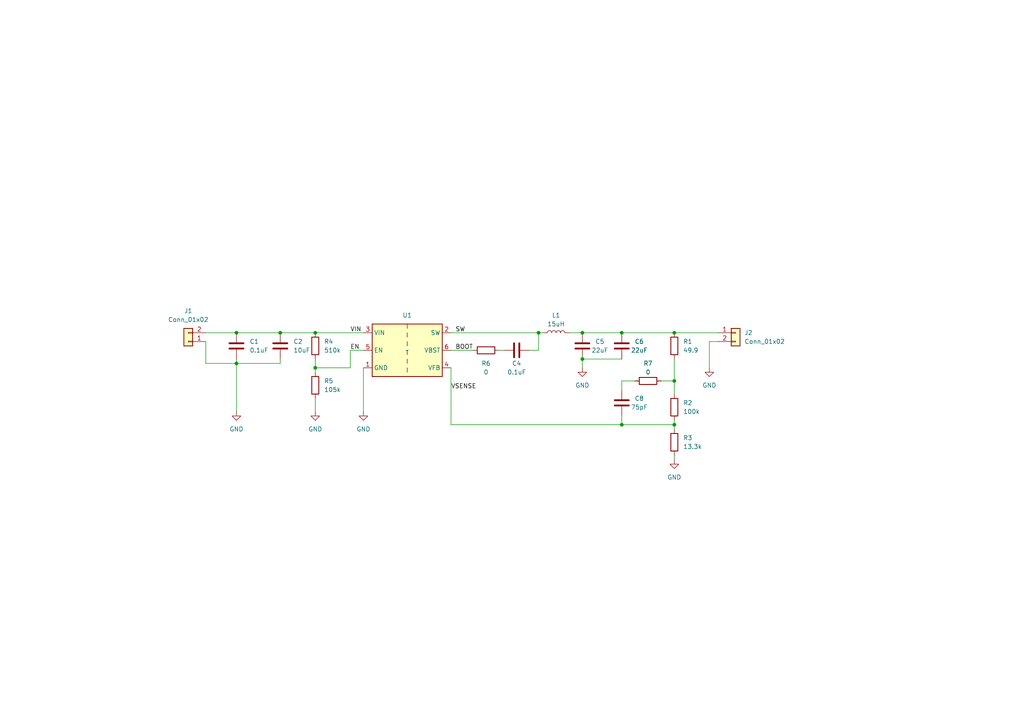
<source format=kicad_sch>
(kicad_sch (version 20230121) (generator eeschema)

  (uuid 5a129147-6192-4871-bb91-b8b8fbc60073)

  (paper "A4")

  (lib_symbols
    (symbol "Connector_Generic:Conn_01x02" (pin_names (offset 1.016) hide) (in_bom yes) (on_board yes)
      (property "Reference" "J" (at 0 2.54 0)
        (effects (font (size 1.27 1.27)))
      )
      (property "Value" "Conn_01x02" (at 0 -5.08 0)
        (effects (font (size 1.27 1.27)))
      )
      (property "Footprint" "" (at 0 0 0)
        (effects (font (size 1.27 1.27)) hide)
      )
      (property "Datasheet" "~" (at 0 0 0)
        (effects (font (size 1.27 1.27)) hide)
      )
      (property "ki_keywords" "connector" (at 0 0 0)
        (effects (font (size 1.27 1.27)) hide)
      )
      (property "ki_description" "Generic connector, single row, 01x02, script generated (kicad-library-utils/schlib/autogen/connector/)" (at 0 0 0)
        (effects (font (size 1.27 1.27)) hide)
      )
      (property "ki_fp_filters" "Connector*:*_1x??_*" (at 0 0 0)
        (effects (font (size 1.27 1.27)) hide)
      )
      (symbol "Conn_01x02_1_1"
        (rectangle (start -1.27 -2.413) (end 0 -2.667)
          (stroke (width 0.1524) (type default))
          (fill (type none))
        )
        (rectangle (start -1.27 0.127) (end 0 -0.127)
          (stroke (width 0.1524) (type default))
          (fill (type none))
        )
        (rectangle (start -1.27 1.27) (end 1.27 -3.81)
          (stroke (width 0.254) (type default))
          (fill (type background))
        )
        (pin passive line (at -5.08 0 0) (length 3.81)
          (name "Pin_1" (effects (font (size 1.27 1.27))))
          (number "1" (effects (font (size 1.27 1.27))))
        )
        (pin passive line (at -5.08 -2.54 0) (length 3.81)
          (name "Pin_2" (effects (font (size 1.27 1.27))))
          (number "2" (effects (font (size 1.27 1.27))))
        )
      )
    )
    (symbol "Converter_DCDC:TPS54202" (in_bom yes) (on_board yes)
      (property "Reference" "U" (at 0 8.89 0)
        (effects (font (size 1.27 1.27)))
      )
      (property "Value" "" (at 0 0 0)
        (effects (font (size 1.27 1.27)))
      )
      (property "Footprint" "" (at 0 0 0)
        (effects (font (size 1.27 1.27)) hide)
      )
      (property "Datasheet" "" (at 0 0 0)
        (effects (font (size 1.27 1.27)) hide)
      )
      (property "ki_description" "4.5-V to 28-V Input, 2-A Output, EMI Friendly Synchronous Step Down Converter" (at 0 0 0)
        (effects (font (size 1.27 1.27)) hide)
      )
      (symbol "TPS54202_0_1"
        (rectangle (start -10.16 7.62) (end 10.16 -7.62)
          (stroke (width 0.254) (type default))
          (fill (type background))
        )
        (polyline
          (pts
            (xy 0 -5.08)
            (xy 0 -6.35)
          )
          (stroke (width 0) (type default))
          (fill (type none))
        )
        (polyline
          (pts
            (xy 0 -2.54)
            (xy 0 -3.81)
          )
          (stroke (width 0) (type default))
          (fill (type none))
        )
        (polyline
          (pts
            (xy 0 0)
            (xy 0 -1.27)
          )
          (stroke (width 0) (type default))
          (fill (type none))
        )
        (polyline
          (pts
            (xy 0 2.54)
            (xy 0 1.27)
          )
          (stroke (width 0) (type default))
          (fill (type none))
        )
        (polyline
          (pts
            (xy 0 5.08)
            (xy 0 3.81)
          )
          (stroke (width 0) (type default))
          (fill (type none))
        )
        (polyline
          (pts
            (xy 0 7.62)
            (xy 0 6.35)
          )
          (stroke (width 0) (type default))
          (fill (type none))
        )
        (pin bidirectional line (at -12.7 -5.08 0) (length 2.54)
          (name "GND" (effects (font (size 1.27 1.27))))
          (number "1" (effects (font (size 1.27 1.27))))
        )
        (pin power_out line (at 12.7 5.08 180) (length 2.54)
          (name "SW" (effects (font (size 1.27 1.27))))
          (number "2" (effects (font (size 1.27 1.27))))
        )
        (pin power_in line (at -12.7 5.08 0) (length 2.54)
          (name "VIN" (effects (font (size 1.27 1.27))))
          (number "3" (effects (font (size 1.27 1.27))))
        )
        (pin input line (at 12.7 -5.08 180) (length 2.54)
          (name "VFB" (effects (font (size 1.27 1.27))))
          (number "4" (effects (font (size 1.27 1.27))))
        )
        (pin power_out line (at -12.7 0 0) (length 2.54)
          (name "EN" (effects (font (size 1.27 1.27))))
          (number "5" (effects (font (size 1.27 1.27))))
        )
        (pin input line (at 12.7 0 180) (length 2.54)
          (name "VBST" (effects (font (size 1.27 1.27))))
          (number "6" (effects (font (size 1.27 1.27))))
        )
      )
    )
    (symbol "Device:C" (pin_numbers hide) (pin_names (offset 0.254)) (in_bom yes) (on_board yes)
      (property "Reference" "C" (at 0.635 2.54 0)
        (effects (font (size 1.27 1.27)) (justify left))
      )
      (property "Value" "C" (at 0.635 -2.54 0)
        (effects (font (size 1.27 1.27)) (justify left))
      )
      (property "Footprint" "" (at 0.9652 -3.81 0)
        (effects (font (size 1.27 1.27)) hide)
      )
      (property "Datasheet" "~" (at 0 0 0)
        (effects (font (size 1.27 1.27)) hide)
      )
      (property "ki_keywords" "cap capacitor" (at 0 0 0)
        (effects (font (size 1.27 1.27)) hide)
      )
      (property "ki_description" "Unpolarized capacitor" (at 0 0 0)
        (effects (font (size 1.27 1.27)) hide)
      )
      (property "ki_fp_filters" "C_*" (at 0 0 0)
        (effects (font (size 1.27 1.27)) hide)
      )
      (symbol "C_0_1"
        (polyline
          (pts
            (xy -2.032 -0.762)
            (xy 2.032 -0.762)
          )
          (stroke (width 0.508) (type default))
          (fill (type none))
        )
        (polyline
          (pts
            (xy -2.032 0.762)
            (xy 2.032 0.762)
          )
          (stroke (width 0.508) (type default))
          (fill (type none))
        )
      )
      (symbol "C_1_1"
        (pin passive line (at 0 3.81 270) (length 2.794)
          (name "~" (effects (font (size 1.27 1.27))))
          (number "1" (effects (font (size 1.27 1.27))))
        )
        (pin passive line (at 0 -3.81 90) (length 2.794)
          (name "~" (effects (font (size 1.27 1.27))))
          (number "2" (effects (font (size 1.27 1.27))))
        )
      )
    )
    (symbol "Device:L" (pin_numbers hide) (pin_names (offset 1.016) hide) (in_bom yes) (on_board yes)
      (property "Reference" "L" (at -1.27 0 90)
        (effects (font (size 1.27 1.27)))
      )
      (property "Value" "L" (at 1.905 0 90)
        (effects (font (size 1.27 1.27)))
      )
      (property "Footprint" "" (at 0 0 0)
        (effects (font (size 1.27 1.27)) hide)
      )
      (property "Datasheet" "~" (at 0 0 0)
        (effects (font (size 1.27 1.27)) hide)
      )
      (property "ki_keywords" "inductor choke coil reactor magnetic" (at 0 0 0)
        (effects (font (size 1.27 1.27)) hide)
      )
      (property "ki_description" "Inductor" (at 0 0 0)
        (effects (font (size 1.27 1.27)) hide)
      )
      (property "ki_fp_filters" "Choke_* *Coil* Inductor_* L_*" (at 0 0 0)
        (effects (font (size 1.27 1.27)) hide)
      )
      (symbol "L_0_1"
        (arc (start 0 -2.54) (mid 0.6323 -1.905) (end 0 -1.27)
          (stroke (width 0) (type default))
          (fill (type none))
        )
        (arc (start 0 -1.27) (mid 0.6323 -0.635) (end 0 0)
          (stroke (width 0) (type default))
          (fill (type none))
        )
        (arc (start 0 0) (mid 0.6323 0.635) (end 0 1.27)
          (stroke (width 0) (type default))
          (fill (type none))
        )
        (arc (start 0 1.27) (mid 0.6323 1.905) (end 0 2.54)
          (stroke (width 0) (type default))
          (fill (type none))
        )
      )
      (symbol "L_1_1"
        (pin passive line (at 0 3.81 270) (length 1.27)
          (name "1" (effects (font (size 1.27 1.27))))
          (number "1" (effects (font (size 1.27 1.27))))
        )
        (pin passive line (at 0 -3.81 90) (length 1.27)
          (name "2" (effects (font (size 1.27 1.27))))
          (number "2" (effects (font (size 1.27 1.27))))
        )
      )
    )
    (symbol "Device:R" (pin_numbers hide) (pin_names (offset 0)) (in_bom yes) (on_board yes)
      (property "Reference" "R" (at 2.032 0 90)
        (effects (font (size 1.27 1.27)))
      )
      (property "Value" "R" (at 0 0 90)
        (effects (font (size 1.27 1.27)))
      )
      (property "Footprint" "" (at -1.778 0 90)
        (effects (font (size 1.27 1.27)) hide)
      )
      (property "Datasheet" "~" (at 0 0 0)
        (effects (font (size 1.27 1.27)) hide)
      )
      (property "ki_keywords" "R res resistor" (at 0 0 0)
        (effects (font (size 1.27 1.27)) hide)
      )
      (property "ki_description" "Resistor" (at 0 0 0)
        (effects (font (size 1.27 1.27)) hide)
      )
      (property "ki_fp_filters" "R_*" (at 0 0 0)
        (effects (font (size 1.27 1.27)) hide)
      )
      (symbol "R_0_1"
        (rectangle (start -1.016 -2.54) (end 1.016 2.54)
          (stroke (width 0.254) (type default))
          (fill (type none))
        )
      )
      (symbol "R_1_1"
        (pin passive line (at 0 3.81 270) (length 1.27)
          (name "~" (effects (font (size 1.27 1.27))))
          (number "1" (effects (font (size 1.27 1.27))))
        )
        (pin passive line (at 0 -3.81 90) (length 1.27)
          (name "~" (effects (font (size 1.27 1.27))))
          (number "2" (effects (font (size 1.27 1.27))))
        )
      )
    )
    (symbol "power:GND" (power) (pin_names (offset 0)) (in_bom yes) (on_board yes)
      (property "Reference" "#PWR" (at 0 -6.35 0)
        (effects (font (size 1.27 1.27)) hide)
      )
      (property "Value" "GND" (at 0 -3.81 0)
        (effects (font (size 1.27 1.27)))
      )
      (property "Footprint" "" (at 0 0 0)
        (effects (font (size 1.27 1.27)) hide)
      )
      (property "Datasheet" "" (at 0 0 0)
        (effects (font (size 1.27 1.27)) hide)
      )
      (property "ki_keywords" "global power" (at 0 0 0)
        (effects (font (size 1.27 1.27)) hide)
      )
      (property "ki_description" "Power symbol creates a global label with name \"GND\" , ground" (at 0 0 0)
        (effects (font (size 1.27 1.27)) hide)
      )
      (symbol "GND_0_1"
        (polyline
          (pts
            (xy 0 0)
            (xy 0 -1.27)
            (xy 1.27 -1.27)
            (xy 0 -2.54)
            (xy -1.27 -1.27)
            (xy 0 -1.27)
          )
          (stroke (width 0) (type default))
          (fill (type none))
        )
      )
      (symbol "GND_1_1"
        (pin power_in line (at 0 0 270) (length 0) hide
          (name "GND" (effects (font (size 1.27 1.27))))
          (number "1" (effects (font (size 1.27 1.27))))
        )
      )
    )
  )

  (junction (at 91.44 96.52) (diameter 0) (color 0 0 0 0)
    (uuid 219d7d79-7c2f-4883-80a6-d3301512cca6)
  )
  (junction (at 168.91 104.14) (diameter 0) (color 0 0 0 0)
    (uuid 24b1a7ab-f6ef-4531-8dc0-82962df48803)
  )
  (junction (at 180.34 123.19) (diameter 0) (color 0 0 0 0)
    (uuid 2d541eb1-17ae-42bd-bdc6-fefa33849554)
  )
  (junction (at 195.58 123.19) (diameter 0) (color 0 0 0 0)
    (uuid 412adf0e-f88d-4e47-be96-b88f67917e03)
  )
  (junction (at 180.34 96.52) (diameter 0) (color 0 0 0 0)
    (uuid 43e6a950-e173-4563-9021-de6d930ba7f1)
  )
  (junction (at 81.28 96.52) (diameter 0) (color 0 0 0 0)
    (uuid 479b043a-1821-4bad-ba93-84db1979dda8)
  )
  (junction (at 156.21 96.52) (diameter 0) (color 0 0 0 0)
    (uuid 5a8c201e-49c0-462f-8448-5f7af0c8b10b)
  )
  (junction (at 91.44 106.68) (diameter 0) (color 0 0 0 0)
    (uuid 5f0d82d9-229e-4357-88ad-abe9f7fa0909)
  )
  (junction (at 168.91 96.52) (diameter 0) (color 0 0 0 0)
    (uuid 98c92bc6-2757-40cc-9bd4-840595586fce)
  )
  (junction (at 195.58 110.49) (diameter 0) (color 0 0 0 0)
    (uuid a3d51349-b4b0-4ca0-b118-8f170e7744a2)
  )
  (junction (at 195.58 96.52) (diameter 0) (color 0 0 0 0)
    (uuid ca8daf89-11d4-4261-bbf5-77c43158f2f8)
  )
  (junction (at 68.58 105.41) (diameter 0) (color 0 0 0 0)
    (uuid ce45892b-50d2-4553-adf4-0c1b473f3aad)
  )
  (junction (at 68.58 96.52) (diameter 0) (color 0 0 0 0)
    (uuid ebb417d5-606f-4b34-9137-c74c2fc3e60b)
  )

  (wire (pts (xy 68.58 96.52) (xy 81.28 96.52))
    (stroke (width 0) (type default))
    (uuid 07a57c1f-3acd-4fc8-abf2-10c6d207244d)
  )
  (wire (pts (xy 81.28 105.41) (xy 81.28 104.14))
    (stroke (width 0) (type default))
    (uuid 09c28b81-5333-4961-b8c2-7c28e667dc9a)
  )
  (wire (pts (xy 68.58 119.38) (xy 68.58 105.41))
    (stroke (width 0) (type default))
    (uuid 0b8072e9-9b0d-45b3-afb1-4485c9ba33f4)
  )
  (wire (pts (xy 195.58 96.52) (xy 208.28 96.52))
    (stroke (width 0) (type default))
    (uuid 1335d925-0bd6-45fe-b37f-e9d0394aaeae)
  )
  (wire (pts (xy 130.81 123.19) (xy 180.34 123.19))
    (stroke (width 0) (type default))
    (uuid 28860db5-757d-494e-87e1-dfd1446b7fef)
  )
  (wire (pts (xy 81.28 96.52) (xy 91.44 96.52))
    (stroke (width 0) (type default))
    (uuid 294242c5-5e0b-407e-9521-cbafd96068f5)
  )
  (wire (pts (xy 59.69 96.52) (xy 68.58 96.52))
    (stroke (width 0) (type default))
    (uuid 2dd2f99b-c9f4-4565-8a5a-3c64894cae96)
  )
  (wire (pts (xy 130.81 101.6) (xy 137.16 101.6))
    (stroke (width 0) (type default))
    (uuid 2ded6889-4bed-422f-a6a3-b1b1f7f6cc46)
  )
  (wire (pts (xy 68.58 105.41) (xy 81.28 105.41))
    (stroke (width 0) (type default))
    (uuid 32d3c94f-1ede-4b88-9620-53b672ecbbeb)
  )
  (wire (pts (xy 59.69 105.41) (xy 68.58 105.41))
    (stroke (width 0) (type default))
    (uuid 33c51c1f-f1e9-4aff-b0df-f13ae92d2173)
  )
  (wire (pts (xy 156.21 101.6) (xy 156.21 96.52))
    (stroke (width 0) (type default))
    (uuid 3408e028-52bf-482d-aeb2-e885ca9ef877)
  )
  (wire (pts (xy 168.91 96.52) (xy 180.34 96.52))
    (stroke (width 0) (type default))
    (uuid 34db92f2-13c9-450a-90b2-3ea1cfb15993)
  )
  (wire (pts (xy 91.44 106.68) (xy 101.6 106.68))
    (stroke (width 0) (type default))
    (uuid 351ef38c-cdc8-4a2f-a2ba-79569f11718d)
  )
  (wire (pts (xy 180.34 96.52) (xy 195.58 96.52))
    (stroke (width 0) (type default))
    (uuid 3d042e56-7de3-40f6-b1ce-e309d55accbd)
  )
  (wire (pts (xy 168.91 104.14) (xy 180.34 104.14))
    (stroke (width 0) (type default))
    (uuid 3d76c946-dbec-4fe0-848c-52fb11661a77)
  )
  (wire (pts (xy 195.58 104.14) (xy 195.58 110.49))
    (stroke (width 0) (type default))
    (uuid 3f4f23a3-1efa-4ade-91fc-4edee493c790)
  )
  (wire (pts (xy 195.58 110.49) (xy 195.58 114.3))
    (stroke (width 0) (type default))
    (uuid 45e00b8e-6574-4f55-b225-2c4683d91e52)
  )
  (wire (pts (xy 180.34 110.49) (xy 180.34 113.03))
    (stroke (width 0) (type default))
    (uuid 4670a37b-f084-4fc8-b044-89682773631d)
  )
  (wire (pts (xy 205.74 99.06) (xy 205.74 106.68))
    (stroke (width 0) (type default))
    (uuid 51c828d2-1216-43c0-9488-af95f7caff98)
  )
  (wire (pts (xy 205.74 99.06) (xy 208.28 99.06))
    (stroke (width 0) (type default))
    (uuid 5f52d0f5-e084-4e88-aef9-7e694ec1fc65)
  )
  (wire (pts (xy 180.34 120.65) (xy 180.34 123.19))
    (stroke (width 0) (type default))
    (uuid 6113f1ba-14d2-4180-bed1-70298f8e78ae)
  )
  (wire (pts (xy 184.15 110.49) (xy 180.34 110.49))
    (stroke (width 0) (type default))
    (uuid 64da7192-c82d-4fc1-9da4-a4bf41c16fd9)
  )
  (wire (pts (xy 195.58 121.92) (xy 195.58 123.19))
    (stroke (width 0) (type default))
    (uuid 692bcba2-e774-494c-84bb-15695424cd35)
  )
  (wire (pts (xy 144.78 101.6) (xy 146.05 101.6))
    (stroke (width 0) (type default))
    (uuid 6969a195-771a-4da5-9142-3c5d6aaf96ba)
  )
  (wire (pts (xy 130.81 96.52) (xy 156.21 96.52))
    (stroke (width 0) (type default))
    (uuid 6de68a67-4601-4c50-839a-ce2853b134d8)
  )
  (wire (pts (xy 130.81 106.68) (xy 130.81 123.19))
    (stroke (width 0) (type default))
    (uuid 73fbf294-0862-4aae-a84b-58b3d44572cc)
  )
  (wire (pts (xy 101.6 106.68) (xy 101.6 101.6))
    (stroke (width 0) (type default))
    (uuid 819b527e-0162-4ece-9d47-510f44f9e609)
  )
  (wire (pts (xy 195.58 123.19) (xy 195.58 124.46))
    (stroke (width 0) (type default))
    (uuid 87e13c8c-af9f-4ecd-af32-64d16728e777)
  )
  (wire (pts (xy 91.44 96.52) (xy 105.41 96.52))
    (stroke (width 0) (type default))
    (uuid 9c711111-ae28-42f3-acd6-bf054df14a9a)
  )
  (wire (pts (xy 153.67 101.6) (xy 156.21 101.6))
    (stroke (width 0) (type default))
    (uuid a433df4b-a0f3-4e3b-86e6-c53056f059a7)
  )
  (wire (pts (xy 180.34 123.19) (xy 195.58 123.19))
    (stroke (width 0) (type default))
    (uuid a55dbf9e-f3d4-4bb9-ac68-9c0eb865624d)
  )
  (wire (pts (xy 68.58 104.14) (xy 68.58 105.41))
    (stroke (width 0) (type default))
    (uuid b987da75-009b-4800-807f-85f8f1b17a63)
  )
  (wire (pts (xy 168.91 104.14) (xy 168.91 106.68))
    (stroke (width 0) (type default))
    (uuid bd022e05-e0fc-48a3-af8f-fbd26f303ff6)
  )
  (wire (pts (xy 156.21 96.52) (xy 157.48 96.52))
    (stroke (width 0) (type default))
    (uuid be999b88-44b9-4b56-83d4-b62751f23efa)
  )
  (wire (pts (xy 195.58 132.08) (xy 195.58 133.35))
    (stroke (width 0) (type default))
    (uuid c1221f5f-6c39-41dd-b7f9-59f9bd6305e1)
  )
  (wire (pts (xy 105.41 106.68) (xy 105.41 119.38))
    (stroke (width 0) (type default))
    (uuid c3ecb56a-e49f-494f-8ca1-a6f0ecb32ef6)
  )
  (wire (pts (xy 91.44 104.14) (xy 91.44 106.68))
    (stroke (width 0) (type default))
    (uuid c582cee6-a143-4153-bd68-e8e9216accb1)
  )
  (wire (pts (xy 91.44 106.68) (xy 91.44 107.95))
    (stroke (width 0) (type default))
    (uuid c6b0a3a2-a3fe-4ff9-afd1-bc51f987c1f7)
  )
  (wire (pts (xy 59.69 99.06) (xy 59.69 105.41))
    (stroke (width 0) (type default))
    (uuid df400c12-b3fe-4a2d-b697-e4ba1d82ccb2)
  )
  (wire (pts (xy 101.6 101.6) (xy 105.41 101.6))
    (stroke (width 0) (type default))
    (uuid e7534516-4627-47a4-a6f7-6f0b261290d4)
  )
  (wire (pts (xy 91.44 115.57) (xy 91.44 119.38))
    (stroke (width 0) (type default))
    (uuid e9254926-f070-40ef-a0ed-8a4a4580dd4d)
  )
  (wire (pts (xy 191.77 110.49) (xy 195.58 110.49))
    (stroke (width 0) (type default))
    (uuid ea3207a7-5e93-4c50-b001-00578dd3f2da)
  )
  (wire (pts (xy 165.1 96.52) (xy 168.91 96.52))
    (stroke (width 0) (type default))
    (uuid fd2015c3-a79c-45d9-a669-46dadadbf0c2)
  )

  (label "BOOT" (at 132.08 101.6 0) (fields_autoplaced)
    (effects (font (size 1.27 1.27)) (justify left bottom))
    (uuid 55ff75cf-059e-4317-8d35-96e1d0df311a)
  )
  (label "VSENSE" (at 130.81 113.03 0) (fields_autoplaced)
    (effects (font (size 1.27 1.27)) (justify left bottom))
    (uuid 74a617ef-156e-466d-8ada-e10bc8c95718)
  )
  (label "VIN" (at 101.6 96.52 0) (fields_autoplaced)
    (effects (font (size 1.27 1.27)) (justify left bottom))
    (uuid 7c49fa5e-d570-4b59-9706-1926bfdcbc74)
  )
  (label "EN" (at 101.6 101.6 0) (fields_autoplaced)
    (effects (font (size 1.27 1.27)) (justify left bottom))
    (uuid 9a601e14-c91c-442f-b941-c62af47bb283)
  )
  (label "SW" (at 132.08 96.52 0) (fields_autoplaced)
    (effects (font (size 1.27 1.27)) (justify left bottom))
    (uuid cd3fc095-8693-4c24-a423-8072d11fb42e)
  )

  (symbol (lib_id "Device:C") (at 180.34 100.33 180) (unit 1)
    (in_bom yes) (on_board yes) (dnp no)
    (uuid 0843527d-a5d5-481a-aa8a-beb4b1e3a5fd)
    (property "Reference" "C6" (at 185.42 99.06 0)
      (effects (font (size 1.27 1.27)))
    )
    (property "Value" "22uF" (at 185.42 101.6 0)
      (effects (font (size 1.27 1.27)))
    )
    (property "Footprint" "Capacitor_SMD:C_1210_3225Metric_Pad1.33x2.70mm_HandSolder" (at 179.3748 96.52 0)
      (effects (font (size 1.27 1.27)) hide)
    )
    (property "Datasheet" "~" (at 180.34 100.33 0)
      (effects (font (size 1.27 1.27)) hide)
    )
    (pin "1" (uuid bf4984a9-113f-4564-9525-12f510f75f5e))
    (pin "2" (uuid b4884161-c30d-4ddc-bd79-8f011e05a9f3))
    (instances
      (project "RecordFile"
        (path "/5a129147-6192-4871-bb91-b8b8fbc60073"
          (reference "C6") (unit 1)
        )
      )
    )
  )

  (symbol (lib_id "power:GND") (at 91.44 119.38 0) (unit 1)
    (in_bom yes) (on_board yes) (dnp no) (fields_autoplaced)
    (uuid 208c2d36-7f64-46b9-8595-c4273d9687b0)
    (property "Reference" "#PWR02" (at 91.44 125.73 0)
      (effects (font (size 1.27 1.27)) hide)
    )
    (property "Value" "GND" (at 91.44 124.46 0)
      (effects (font (size 1.27 1.27)))
    )
    (property "Footprint" "" (at 91.44 119.38 0)
      (effects (font (size 1.27 1.27)) hide)
    )
    (property "Datasheet" "" (at 91.44 119.38 0)
      (effects (font (size 1.27 1.27)) hide)
    )
    (pin "1" (uuid 1174b8cc-9181-4210-aa66-d50db9a9d227))
    (instances
      (project "RecordFile"
        (path "/5a129147-6192-4871-bb91-b8b8fbc60073"
          (reference "#PWR02") (unit 1)
        )
      )
    )
  )

  (symbol (lib_id "Connector_Generic:Conn_01x02") (at 213.36 96.52 0) (unit 1)
    (in_bom yes) (on_board yes) (dnp no) (fields_autoplaced)
    (uuid 23f15747-0aea-4451-843e-365fba5e971d)
    (property "Reference" "J2" (at 215.9 96.52 0)
      (effects (font (size 1.27 1.27)) (justify left))
    )
    (property "Value" "Conn_01x02" (at 215.9 99.06 0)
      (effects (font (size 1.27 1.27)) (justify left))
    )
    (property "Footprint" "Connector_Phoenix_GMSTB:PhoenixContact_GMSTBVA_2,5_2-G_1x02_P7.50mm_Vertical" (at 213.36 96.52 0)
      (effects (font (size 1.27 1.27)) hide)
    )
    (property "Datasheet" "~" (at 213.36 96.52 0)
      (effects (font (size 1.27 1.27)) hide)
    )
    (pin "1" (uuid 1862cb55-bfb4-4ea6-ab46-617faf39e7a5))
    (pin "2" (uuid a0a4f6b1-e0bd-4993-8c8a-58753a2380f5))
    (instances
      (project "RecordFile"
        (path "/5a129147-6192-4871-bb91-b8b8fbc60073"
          (reference "J2") (unit 1)
        )
      )
    )
  )

  (symbol (lib_id "Device:R") (at 140.97 101.6 90) (unit 1)
    (in_bom yes) (on_board yes) (dnp no)
    (uuid 30234aa0-5ec7-49d5-8efe-2e3036561e41)
    (property "Reference" "R6" (at 140.97 105.41 90)
      (effects (font (size 1.27 1.27)))
    )
    (property "Value" "0" (at 140.97 107.95 90)
      (effects (font (size 1.27 1.27)))
    )
    (property "Footprint" "Resistor_SMD:R_0603_1608Metric_Pad0.98x0.95mm_HandSolder" (at 140.97 103.378 90)
      (effects (font (size 1.27 1.27)) hide)
    )
    (property "Datasheet" "~" (at 140.97 101.6 0)
      (effects (font (size 1.27 1.27)) hide)
    )
    (pin "1" (uuid 48db9c06-f519-489c-88d0-ae822cb98e75))
    (pin "2" (uuid cc217a51-c113-4268-8074-86cac31ec34f))
    (instances
      (project "RecordFile"
        (path "/5a129147-6192-4871-bb91-b8b8fbc60073"
          (reference "R6") (unit 1)
        )
      )
    )
  )

  (symbol (lib_id "Device:C") (at 180.34 116.84 180) (unit 1)
    (in_bom yes) (on_board yes) (dnp no)
    (uuid 3c654df7-3c33-46ba-a903-6e64100ce95e)
    (property "Reference" "C8" (at 185.42 115.57 0)
      (effects (font (size 1.27 1.27)))
    )
    (property "Value" "75pF" (at 185.42 118.11 0)
      (effects (font (size 1.27 1.27)))
    )
    (property "Footprint" "Capacitor_SMD:C_0603_1608Metric_Pad1.08x0.95mm_HandSolder" (at 179.3748 113.03 0)
      (effects (font (size 1.27 1.27)) hide)
    )
    (property "Datasheet" "~" (at 180.34 116.84 0)
      (effects (font (size 1.27 1.27)) hide)
    )
    (pin "1" (uuid 50354cb6-c3f0-48c2-a108-3c930682ad7b))
    (pin "2" (uuid b07d3da2-710c-4756-a87c-5885ed8a0b36))
    (instances
      (project "RecordFile"
        (path "/5a129147-6192-4871-bb91-b8b8fbc60073"
          (reference "C8") (unit 1)
        )
      )
    )
  )

  (symbol (lib_id "Converter_DCDC:TPS54202") (at 118.11 101.6 0) (unit 1)
    (in_bom yes) (on_board yes) (dnp no) (fields_autoplaced)
    (uuid 403e8ccb-67f3-46f4-8c1b-abd62faecd60)
    (property "Reference" "U1" (at 118.11 91.44 0)
      (effects (font (size 1.27 1.27)))
    )
    (property "Value" "~" (at 118.11 101.6 0)
      (effects (font (size 1.27 1.27)))
    )
    (property "Footprint" "Package_TO_SOT_SMD:SOT-23-6_Handsoldering" (at 118.11 101.6 0)
      (effects (font (size 1.27 1.27)) hide)
    )
    (property "Datasheet" "" (at 118.11 101.6 0)
      (effects (font (size 1.27 1.27)) hide)
    )
    (pin "1" (uuid 85a85bdb-d4c5-4623-b539-b4a499a0f605))
    (pin "2" (uuid 6b7ee865-2c79-4127-90f3-40e922b2c1b9))
    (pin "3" (uuid f0f42da9-32c1-40b7-96c0-86b9b34e6346))
    (pin "4" (uuid f60f84c5-efd4-4d54-b62f-1a31bbb3e6e8))
    (pin "5" (uuid 9eb297f9-28d3-43e3-8621-271052e85c12))
    (pin "6" (uuid 53d9d619-838a-49fd-9316-413989d8de43))
    (instances
      (project "RecordFile"
        (path "/5a129147-6192-4871-bb91-b8b8fbc60073"
          (reference "U1") (unit 1)
        )
      )
    )
  )

  (symbol (lib_id "Device:R") (at 195.58 118.11 180) (unit 1)
    (in_bom yes) (on_board yes) (dnp no) (fields_autoplaced)
    (uuid 4e9e2d4f-073e-4338-aac2-3d7effe11b84)
    (property "Reference" "R2" (at 198.12 116.84 0)
      (effects (font (size 1.27 1.27)) (justify right))
    )
    (property "Value" "100k" (at 198.12 119.38 0)
      (effects (font (size 1.27 1.27)) (justify right))
    )
    (property "Footprint" "Resistor_SMD:R_0603_1608Metric_Pad0.98x0.95mm_HandSolder" (at 197.358 118.11 90)
      (effects (font (size 1.27 1.27)) hide)
    )
    (property "Datasheet" "~" (at 195.58 118.11 0)
      (effects (font (size 1.27 1.27)) hide)
    )
    (pin "1" (uuid 00345f39-cb88-41fc-bfd9-33d82615b88f))
    (pin "2" (uuid 0766df38-b8dc-4d58-a1a7-5ab7bd636bc2))
    (instances
      (project "RecordFile"
        (path "/5a129147-6192-4871-bb91-b8b8fbc60073"
          (reference "R2") (unit 1)
        )
      )
    )
  )

  (symbol (lib_id "Device:R") (at 91.44 100.33 0) (unit 1)
    (in_bom yes) (on_board yes) (dnp no) (fields_autoplaced)
    (uuid 51d9ddb1-3a15-4e1a-83c7-ea56e6d4c723)
    (property "Reference" "R4" (at 93.98 99.06 0)
      (effects (font (size 1.27 1.27)) (justify left))
    )
    (property "Value" "510k" (at 93.98 101.6 0)
      (effects (font (size 1.27 1.27)) (justify left))
    )
    (property "Footprint" "Resistor_SMD:R_0603_1608Metric_Pad0.98x0.95mm_HandSolder" (at 89.662 100.33 90)
      (effects (font (size 1.27 1.27)) hide)
    )
    (property "Datasheet" "~" (at 91.44 100.33 0)
      (effects (font (size 1.27 1.27)) hide)
    )
    (pin "1" (uuid 501de6f7-897f-4e3a-b1de-b0fd12fff9e3))
    (pin "2" (uuid a9120f01-bced-4298-b063-c110dc20745a))
    (instances
      (project "RecordFile"
        (path "/5a129147-6192-4871-bb91-b8b8fbc60073"
          (reference "R4") (unit 1)
        )
      )
    )
  )

  (symbol (lib_id "power:GND") (at 195.58 133.35 0) (unit 1)
    (in_bom yes) (on_board yes) (dnp no) (fields_autoplaced)
    (uuid 61a8de34-a978-4a0f-80ce-598adfdf17af)
    (property "Reference" "#PWR05" (at 195.58 139.7 0)
      (effects (font (size 1.27 1.27)) hide)
    )
    (property "Value" "GND" (at 195.58 138.43 0)
      (effects (font (size 1.27 1.27)))
    )
    (property "Footprint" "" (at 195.58 133.35 0)
      (effects (font (size 1.27 1.27)) hide)
    )
    (property "Datasheet" "" (at 195.58 133.35 0)
      (effects (font (size 1.27 1.27)) hide)
    )
    (pin "1" (uuid a64bd0d2-e715-4bdb-8318-68f1d7b5555d))
    (instances
      (project "RecordFile"
        (path "/5a129147-6192-4871-bb91-b8b8fbc60073"
          (reference "#PWR05") (unit 1)
        )
      )
    )
  )

  (symbol (lib_id "Device:R") (at 187.96 110.49 90) (unit 1)
    (in_bom yes) (on_board yes) (dnp no)
    (uuid 69adcc13-4d32-4989-80c0-7f2e2fb8d24f)
    (property "Reference" "R7" (at 187.96 105.41 90)
      (effects (font (size 1.27 1.27)))
    )
    (property "Value" "0" (at 187.96 107.95 90)
      (effects (font (size 1.27 1.27)))
    )
    (property "Footprint" "Resistor_SMD:R_0603_1608Metric_Pad0.98x0.95mm_HandSolder" (at 187.96 112.268 90)
      (effects (font (size 1.27 1.27)) hide)
    )
    (property "Datasheet" "~" (at 187.96 110.49 0)
      (effects (font (size 1.27 1.27)) hide)
    )
    (pin "1" (uuid c5f739e7-c0a4-470f-be30-2c95873666fb))
    (pin "2" (uuid 2a331eda-e776-4ea7-b858-b9bc5256f2c4))
    (instances
      (project "RecordFile"
        (path "/5a129147-6192-4871-bb91-b8b8fbc60073"
          (reference "R7") (unit 1)
        )
      )
    )
  )

  (symbol (lib_id "Device:L") (at 161.29 96.52 90) (unit 1)
    (in_bom yes) (on_board yes) (dnp no) (fields_autoplaced)
    (uuid 6cfe0e42-ee96-40c5-ba43-5edd06c8e113)
    (property "Reference" "L1" (at 161.29 91.44 90)
      (effects (font (size 1.27 1.27)))
    )
    (property "Value" "15uH" (at 161.29 93.98 90)
      (effects (font (size 1.27 1.27)))
    )
    (property "Footprint" "Inductor_SMD:L_10.4x10.4_H4.8" (at 161.29 96.52 0)
      (effects (font (size 1.27 1.27)) hide)
    )
    (property "Datasheet" "~" (at 161.29 96.52 0)
      (effects (font (size 1.27 1.27)) hide)
    )
    (pin "1" (uuid 94d5693e-9613-4ac1-a2cd-e87f5829a026))
    (pin "2" (uuid 3a48b5c8-a5b0-46ef-8031-b0fc7b6e3a8e))
    (instances
      (project "RecordFile"
        (path "/5a129147-6192-4871-bb91-b8b8fbc60073"
          (reference "L1") (unit 1)
        )
      )
    )
  )

  (symbol (lib_id "Device:R") (at 91.44 111.76 0) (unit 1)
    (in_bom yes) (on_board yes) (dnp no) (fields_autoplaced)
    (uuid 7b1205fc-272a-4a20-bf2c-0d316d571a97)
    (property "Reference" "R5" (at 93.98 110.49 0)
      (effects (font (size 1.27 1.27)) (justify left))
    )
    (property "Value" "105k" (at 93.98 113.03 0)
      (effects (font (size 1.27 1.27)) (justify left))
    )
    (property "Footprint" "Resistor_SMD:R_0603_1608Metric_Pad0.98x0.95mm_HandSolder" (at 89.662 111.76 90)
      (effects (font (size 1.27 1.27)) hide)
    )
    (property "Datasheet" "~" (at 91.44 111.76 0)
      (effects (font (size 1.27 1.27)) hide)
    )
    (pin "1" (uuid d1c2ac4d-ea8f-4a8c-801f-15dd75950079))
    (pin "2" (uuid 6a99a86c-9b62-4389-8be6-56ce91558f7c))
    (instances
      (project "RecordFile"
        (path "/5a129147-6192-4871-bb91-b8b8fbc60073"
          (reference "R5") (unit 1)
        )
      )
    )
  )

  (symbol (lib_id "Device:C") (at 168.91 100.33 180) (unit 1)
    (in_bom yes) (on_board yes) (dnp no)
    (uuid 8b58cf82-7461-47da-83fa-6fdf23198c79)
    (property "Reference" "C5" (at 173.99 99.06 0)
      (effects (font (size 1.27 1.27)))
    )
    (property "Value" "22uF" (at 173.99 101.6 0)
      (effects (font (size 1.27 1.27)))
    )
    (property "Footprint" "Capacitor_SMD:C_1210_3225Metric_Pad1.33x2.70mm_HandSolder" (at 167.9448 96.52 0)
      (effects (font (size 1.27 1.27)) hide)
    )
    (property "Datasheet" "~" (at 168.91 100.33 0)
      (effects (font (size 1.27 1.27)) hide)
    )
    (pin "1" (uuid e1a2d127-af95-4d54-9402-3d85be688f6f))
    (pin "2" (uuid 378f5a98-e7ea-457d-8dcb-8ab691d21576))
    (instances
      (project "RecordFile"
        (path "/5a129147-6192-4871-bb91-b8b8fbc60073"
          (reference "C5") (unit 1)
        )
      )
    )
  )

  (symbol (lib_id "Device:C") (at 68.58 100.33 0) (unit 1)
    (in_bom yes) (on_board yes) (dnp no) (fields_autoplaced)
    (uuid 8b813168-3b0d-4f8d-8bcc-4ff4dcfc8378)
    (property "Reference" "C1" (at 72.39 99.06 0)
      (effects (font (size 1.27 1.27)) (justify left))
    )
    (property "Value" "0.1uF" (at 72.39 101.6 0)
      (effects (font (size 1.27 1.27)) (justify left))
    )
    (property "Footprint" "Capacitor_SMD:C_0603_1608Metric_Pad1.08x0.95mm_HandSolder" (at 69.5452 104.14 0)
      (effects (font (size 1.27 1.27)) hide)
    )
    (property "Datasheet" "~" (at 68.58 100.33 0)
      (effects (font (size 1.27 1.27)) hide)
    )
    (pin "1" (uuid d95b02ab-ee6a-4464-834a-f29e47b38477))
    (pin "2" (uuid c7dca440-f83f-40da-8792-434a476f7ba4))
    (instances
      (project "RecordFile"
        (path "/5a129147-6192-4871-bb91-b8b8fbc60073"
          (reference "C1") (unit 1)
        )
      )
    )
  )

  (symbol (lib_id "Connector_Generic:Conn_01x02") (at 54.61 99.06 180) (unit 1)
    (in_bom yes) (on_board yes) (dnp no) (fields_autoplaced)
    (uuid a06942d0-f1f4-435f-b8ea-a1dddd4baf9c)
    (property "Reference" "J1" (at 54.61 90.17 0)
      (effects (font (size 1.27 1.27)))
    )
    (property "Value" "Conn_01x02" (at 54.61 92.71 0)
      (effects (font (size 1.27 1.27)))
    )
    (property "Footprint" "Connector_Phoenix_GMSTB:PhoenixContact_GMSTBVA_2,5_2-G_1x02_P7.50mm_Vertical" (at 54.61 99.06 0)
      (effects (font (size 1.27 1.27)) hide)
    )
    (property "Datasheet" "~" (at 54.61 99.06 0)
      (effects (font (size 1.27 1.27)) hide)
    )
    (pin "1" (uuid 2ea01ce0-8efa-4aa7-8685-5dcc9471e3cd))
    (pin "2" (uuid 0300afab-fbb6-4d82-9514-aa1371842f83))
    (instances
      (project "RecordFile"
        (path "/5a129147-6192-4871-bb91-b8b8fbc60073"
          (reference "J1") (unit 1)
        )
      )
    )
  )

  (symbol (lib_id "power:GND") (at 168.91 106.68 0) (unit 1)
    (in_bom yes) (on_board yes) (dnp no) (fields_autoplaced)
    (uuid a0a2ba8f-cac5-43f9-a7d1-2f0a764f575f)
    (property "Reference" "#PWR04" (at 168.91 113.03 0)
      (effects (font (size 1.27 1.27)) hide)
    )
    (property "Value" "GND" (at 168.91 111.76 0)
      (effects (font (size 1.27 1.27)))
    )
    (property "Footprint" "" (at 168.91 106.68 0)
      (effects (font (size 1.27 1.27)) hide)
    )
    (property "Datasheet" "" (at 168.91 106.68 0)
      (effects (font (size 1.27 1.27)) hide)
    )
    (pin "1" (uuid 70ed2bdf-ff60-4b07-a8e4-e902fe7a1952))
    (instances
      (project "RecordFile"
        (path "/5a129147-6192-4871-bb91-b8b8fbc60073"
          (reference "#PWR04") (unit 1)
        )
      )
    )
  )

  (symbol (lib_id "Device:C") (at 81.28 100.33 0) (unit 1)
    (in_bom yes) (on_board yes) (dnp no) (fields_autoplaced)
    (uuid a367bade-bace-42ba-ad53-fff3dd587be1)
    (property "Reference" "C2" (at 85.09 99.06 0)
      (effects (font (size 1.27 1.27)) (justify left))
    )
    (property "Value" "10uF" (at 85.09 101.6 0)
      (effects (font (size 1.27 1.27)) (justify left))
    )
    (property "Footprint" "Capacitor_SMD:C_1210_3225Metric_Pad1.33x2.70mm_HandSolder" (at 82.2452 104.14 0)
      (effects (font (size 1.27 1.27)) hide)
    )
    (property "Datasheet" "~" (at 81.28 100.33 0)
      (effects (font (size 1.27 1.27)) hide)
    )
    (pin "1" (uuid c19ce64b-14cd-413f-85eb-8a0bfe291537))
    (pin "2" (uuid ef207253-f07f-4e9a-974b-f5e03f1c1b0f))
    (instances
      (project "RecordFile"
        (path "/5a129147-6192-4871-bb91-b8b8fbc60073"
          (reference "C2") (unit 1)
        )
      )
    )
  )

  (symbol (lib_id "Device:R") (at 195.58 100.33 180) (unit 1)
    (in_bom yes) (on_board yes) (dnp no) (fields_autoplaced)
    (uuid a6d7720c-4a37-4944-9e05-7a1b52d7b7b9)
    (property "Reference" "R1" (at 198.12 99.06 0)
      (effects (font (size 1.27 1.27)) (justify right))
    )
    (property "Value" "49.9" (at 198.12 101.6 0)
      (effects (font (size 1.27 1.27)) (justify right))
    )
    (property "Footprint" "Resistor_SMD:R_0603_1608Metric_Pad0.98x0.95mm_HandSolder" (at 197.358 100.33 90)
      (effects (font (size 1.27 1.27)) hide)
    )
    (property "Datasheet" "~" (at 195.58 100.33 0)
      (effects (font (size 1.27 1.27)) hide)
    )
    (pin "1" (uuid cec9066a-d9d6-438c-a276-390662562eb6))
    (pin "2" (uuid 4f84f64a-28f4-4227-8982-d464cdc288ed))
    (instances
      (project "RecordFile"
        (path "/5a129147-6192-4871-bb91-b8b8fbc60073"
          (reference "R1") (unit 1)
        )
      )
    )
  )

  (symbol (lib_id "Device:C") (at 149.86 101.6 90) (unit 1)
    (in_bom yes) (on_board yes) (dnp no)
    (uuid bfbd8714-443d-40b7-a0a5-2efd3ca3c799)
    (property "Reference" "C4" (at 149.86 105.41 90)
      (effects (font (size 1.27 1.27)))
    )
    (property "Value" "0.1uF" (at 149.86 107.95 90)
      (effects (font (size 1.27 1.27)))
    )
    (property "Footprint" "Capacitor_SMD:C_0603_1608Metric_Pad1.08x0.95mm_HandSolder" (at 153.67 100.6348 0)
      (effects (font (size 1.27 1.27)) hide)
    )
    (property "Datasheet" "~" (at 149.86 101.6 0)
      (effects (font (size 1.27 1.27)) hide)
    )
    (pin "1" (uuid 9d6d2f32-7973-4014-90c5-9867348afbce))
    (pin "2" (uuid b02b0c2c-b3c2-48ed-9b41-abe44366a31a))
    (instances
      (project "RecordFile"
        (path "/5a129147-6192-4871-bb91-b8b8fbc60073"
          (reference "C4") (unit 1)
        )
      )
    )
  )

  (symbol (lib_id "power:GND") (at 105.41 119.38 0) (unit 1)
    (in_bom yes) (on_board yes) (dnp no) (fields_autoplaced)
    (uuid c3b62286-a1ce-4169-bb80-71cdb4127104)
    (property "Reference" "#PWR03" (at 105.41 125.73 0)
      (effects (font (size 1.27 1.27)) hide)
    )
    (property "Value" "GND" (at 105.41 124.46 0)
      (effects (font (size 1.27 1.27)))
    )
    (property "Footprint" "" (at 105.41 119.38 0)
      (effects (font (size 1.27 1.27)) hide)
    )
    (property "Datasheet" "" (at 105.41 119.38 0)
      (effects (font (size 1.27 1.27)) hide)
    )
    (pin "1" (uuid e4a01096-16cf-41f6-bed4-f365eb75d223))
    (instances
      (project "RecordFile"
        (path "/5a129147-6192-4871-bb91-b8b8fbc60073"
          (reference "#PWR03") (unit 1)
        )
      )
    )
  )

  (symbol (lib_id "Device:R") (at 195.58 128.27 180) (unit 1)
    (in_bom yes) (on_board yes) (dnp no) (fields_autoplaced)
    (uuid c6ee739c-8236-4f2c-a535-8ee79544d4b0)
    (property "Reference" "R3" (at 198.12 127 0)
      (effects (font (size 1.27 1.27)) (justify right))
    )
    (property "Value" "13.3k" (at 198.12 129.54 0)
      (effects (font (size 1.27 1.27)) (justify right))
    )
    (property "Footprint" "Resistor_SMD:R_0603_1608Metric_Pad0.98x0.95mm_HandSolder" (at 197.358 128.27 90)
      (effects (font (size 1.27 1.27)) hide)
    )
    (property "Datasheet" "~" (at 195.58 128.27 0)
      (effects (font (size 1.27 1.27)) hide)
    )
    (pin "1" (uuid 202a2aaf-5bc6-42d4-9999-c30de226f4ca))
    (pin "2" (uuid f189fe59-899a-4ef3-8401-192b158eaaa4))
    (instances
      (project "RecordFile"
        (path "/5a129147-6192-4871-bb91-b8b8fbc60073"
          (reference "R3") (unit 1)
        )
      )
    )
  )

  (symbol (lib_id "power:GND") (at 68.58 119.38 0) (unit 1)
    (in_bom yes) (on_board yes) (dnp no) (fields_autoplaced)
    (uuid f1002eaf-ca08-4127-a78c-31caaa7ccf01)
    (property "Reference" "#PWR01" (at 68.58 125.73 0)
      (effects (font (size 1.27 1.27)) hide)
    )
    (property "Value" "GND" (at 68.58 124.46 0)
      (effects (font (size 1.27 1.27)))
    )
    (property "Footprint" "" (at 68.58 119.38 0)
      (effects (font (size 1.27 1.27)) hide)
    )
    (property "Datasheet" "" (at 68.58 119.38 0)
      (effects (font (size 1.27 1.27)) hide)
    )
    (pin "1" (uuid 0829b683-7226-46ce-b815-caff8e3e9981))
    (instances
      (project "RecordFile"
        (path "/5a129147-6192-4871-bb91-b8b8fbc60073"
          (reference "#PWR01") (unit 1)
        )
      )
    )
  )

  (symbol (lib_id "power:GND") (at 205.74 106.68 0) (unit 1)
    (in_bom yes) (on_board yes) (dnp no) (fields_autoplaced)
    (uuid fa5315da-cedc-4c49-8df2-7472bc5969b9)
    (property "Reference" "#PWR06" (at 205.74 113.03 0)
      (effects (font (size 1.27 1.27)) hide)
    )
    (property "Value" "GND" (at 205.74 111.76 0)
      (effects (font (size 1.27 1.27)))
    )
    (property "Footprint" "" (at 205.74 106.68 0)
      (effects (font (size 1.27 1.27)) hide)
    )
    (property "Datasheet" "" (at 205.74 106.68 0)
      (effects (font (size 1.27 1.27)) hide)
    )
    (pin "1" (uuid 41679a7e-1f88-4dff-9655-b363f3eb5ed0))
    (instances
      (project "RecordFile"
        (path "/5a129147-6192-4871-bb91-b8b8fbc60073"
          (reference "#PWR06") (unit 1)
        )
      )
    )
  )

  (sheet_instances
    (path "/" (page "1"))
  )
)

</source>
